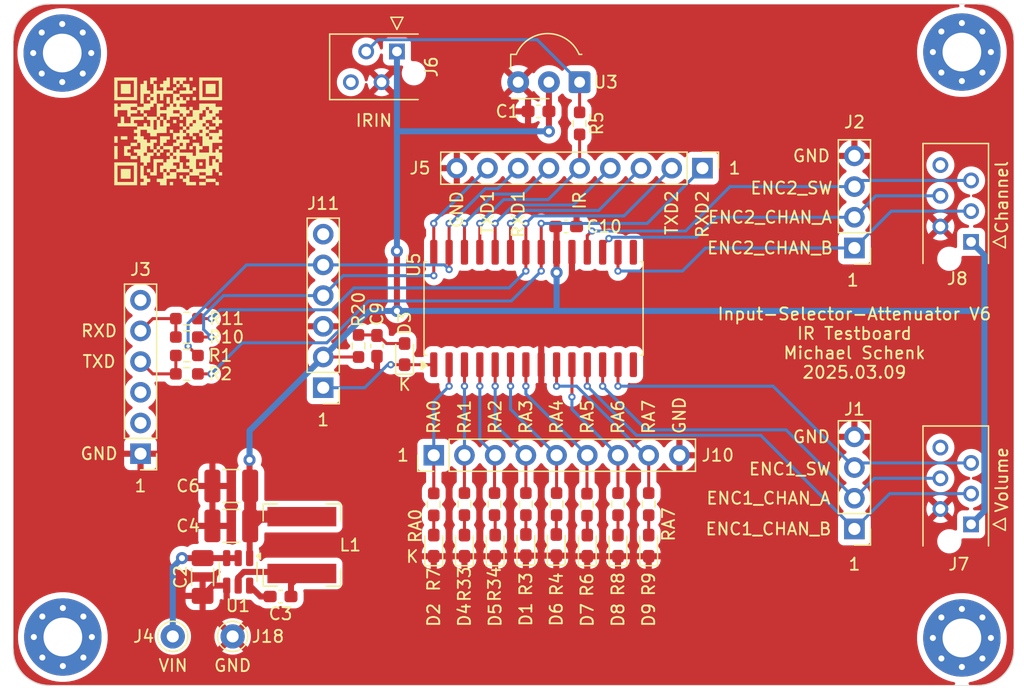
<source format=kicad_pcb>
(kicad_pcb (version 20241229) (generator "pcbnew") (generator_version "9.0")
  (layers (0 "F.Cu" mixed) (2 "B.Cu" mixed) (13 "F.Paste" user) (15 "B.Paste" user) (5 "F.SilkS" user "F.Silkscreen") (7 "B.SilkS" user "B.Silkscreen") (1 "F.Mask" user) (3 "B.Mask" user) (25 "Edge.Cuts" user))
  (net 0 "")
  (net 1 "GND")
  (net 2 "Net-(D3-A)")
  (net 3 "Net-(D3-K)")
  (net 4 "RC0{slash}CHA")
  (net 5 "RC2{slash}SW")
  (net 7 "/TXD2")
  (net 8 "Net-(J5-Pin_4)")
  (net 9 "RC5{slash}CHA")
  (net 10 "RC7{slash}SW")
  (net 12 "Net-(J10-Pin_1)")
  (net 13 "Net-(J10-Pin_3)")
  (net 15 "/RXD2")
  (net 16 "Net-(J5-Pin_3)")
  (net 17 "Net-(J5-Pin_6)")
  (net 18 "/VIN")
  (net 19 "/SWOUT")
  (net 20 "Net-(U1-BST)")
  (net 21 "+3.3V")
  (net 22 "Net-(D1-A)")
  (net 23 "ICSPDAT")
  (net 24 "ICSPCLK")
  (net 25 "Net-(D2-A)")
  (net 26 "Net-(D4-A)")
  (net 27 "Net-(D5-A)")
  (net 28 "Net-(D6-A)")
  (net 29 "Net-(D7-A)")
  (net 30 "Net-(D8-A)")
  (net 31 "Net-(D9-A)")
  (net 33 "Net-(J3-Pin_5)")
  (net 35 "Net-(J3-Pin_4)")
  (net 37 "Net-(J10-Pin_4)")
  (net 38 "Net-(J10-Pin_2)")
  (net 39 "Net-(J10-Pin_6)")
  (net 40 "Net-(J10-Pin_7)")
  (net 41 "Net-(J10-Pin_8)")
  (net 42 "Net-(J10-Pin_5)")
  (net 44 "/IRIN")
  (net 47 "RC1{slash}CHB")
  (net 48 "RC6{slash}CHB")
  (net 49 "Net-(J6-Pin_3)")
  (footprint "Capacitor_SMD:C_1206_3216Metric_Pad1.33x1.80mm_HandSolder" (layer "F.Cu") (at 132.514 105.8295 -90)
    (property "Reference" "C2")
    (property "Value" "10uF/50V/X7R")
  )
  (footprint "Capacitor_SMD:C_0603_1608Metric_Pad1.08x0.95mm_HandSolder" (layer "F.Cu") (at 138.9645 107.442 180)
    (property "Reference" "C3")
    (property "Value" "100nF/50V/X7R")
  )
  (footprint "MountingHole:MountingHole_3.2mm_M3_Pad_Via" (layer "F.Cu") (at 195.326 62.403056)
    (property "Reference" "H2" (hide yes))
    (property "Value" "MountingHole")
  )
  (footprint "MountingHole:MountingHole_3.2mm_M3_Pad_Via" (layer "F.Cu") (at 195.326 110.871)
    (property "Reference" "H3" (hide yes))
    (property "Value" "MountingHole")
  )
  (footprint "MountingHole:MountingHole_3.2mm_M3_Pad_Via" (layer "F.Cu") (at 120.9548 110.7948)
    (property "Reference" "H4" (hide yes))
    (property "Value" "MountingHole")
  )
  (footprint "Resistor_SMD:R_0603_1608Metric_Pad0.98x0.95mm_HandSolder" (layer "F.Cu") (at 131.2145 87.503 180)
    (property "Reference" "R1")
    (property "Value" "0R")
  )
  (footprint "Resistor_SMD:R_0603_1608Metric_Pad0.98x0.95mm_HandSolder" (layer "F.Cu") (at 131.2145 89.027 180)
    (property "Reference" "R2")
    (property "Value" "0R")
  )
  (footprint "Resistor_SMD:R_0603_1608Metric_Pad0.98x0.95mm_HandSolder" (layer "F.Cu") (at 161.798 99.7985 -90)
    (property "Reference" "R4")
    (property "Value" "330R")
  )
  (footprint "MountingHole:MountingHole_3.2mm_M3_Pad_Via" (layer "F.Cu") (at 120.904 62.484)
    (property "Reference" "H1" (hide yes))
    (property "Value" "MountingHole")
  )
  (footprint "Resistor_SMD:R_0603_1608Metric_Pad0.98x0.95mm_HandSolder" (layer "F.Cu") (at 159.258 99.7985 -90)
    (property "Reference" "R3")
    (property "Value" "330R")
  )
  (footprint "Capacitor_SMD:C_1210_3225Metric_Pad1.33x2.70mm_HandSolder" (layer "F.Cu") (at 134.8885 101.6 180)
    (property "Reference" "C4")
    (property "Value" "22uF/25V/X7R")
  )
  (footprint "Package_TO_SOT_SMD:TSOT-23-6" (layer "F.Cu") (at 135.458 105.4045 -90)
    (property "Reference" "U1")
    (property "Value" "AP63203WU-7")
  )
  (footprint "Connector_TE-Connectivity:TE_Micro-MaTch_215079-6_2x03_P1.27mm_Vertical" (layer "F.Cu") (at 196.088 101.473 180)
    (property "Reference" "J7")
    (property "Value" "TE MicroMatch")
  )
  (footprint "Connector_Pin:Pin_D1.0mm_L10.0mm" (layer "F.Cu") (at 130.048 110.744)
    (property "Reference" "J4")
    (property "Value" "Conn_01x01")
  )
  (footprint "Connector_PinHeader_2.54mm:PinHeader_1x09_P2.54mm_Vertical" (layer "F.Cu") (at 151.638 95.758 90)
    (property "Reference" "J10")
    (property "Value" "Conn_01x09_Pin")
  )
  (footprint "LED_SMD:LED_0603_1608Metric_Pad1.05x0.95mm_HandSolder" (layer "F.Cu") (at 161.775 103.19 90)
    (property "Reference" "D6")
    (property "Value" "LED")
  )
  (footprint "LED_SMD:LED_0603_1608Metric_Pad1.05x0.95mm_HandSolder" (layer "F.Cu") (at 166.878 103.237 90)
    (property "Reference" "D8")
    (property "Value" "LED")
  )
  (footprint "Resistor_SMD:R_0603_1608Metric_Pad0.98x0.95mm_HandSolder" (layer "F.Cu") (at 163.703 68.3025 -90)
    (property "Reference" "R5")
    (property "Value" "0R")
  )
  (footprint "Diode_SMD:D_0603_1608Metric_Pad1.05x0.95mm_HandSolder" (layer "F.Cu") (at 149.225 87.39 90)
    (property "Reference" "D3")
    (property "Value" "TS4148RCG")
  )
  (footprint "Connector_PinHeader_2.54mm:PinHeader_1x09_P2.54mm_Vertical" (layer "F.Cu") (at 173.863 72.009 -90)
    (property "Reference" "J5")
    (property "Value" "Conn_01x09_Pin")
  )
  (footprint "LED_SMD:LED_0603_1608Metric_Pad1.05x0.95mm_HandSolder" (layer "F.Cu") (at 156.718 103.237 90)
    (property "Reference" "D5")
    (property "Value" "LED")
  )
  (footprint "LOGO" (layer "F.Cu") (at 129.667 68.961)
    (property "Reference" "G***" (hide yes))
    (property "Value" "LOGO" (hide yes))
  )
  (footprint "Resistor_SMD:R_0603_1608Metric_Pad0.98x0.95mm_HandSolder" (layer "F.Cu") (at 166.878 99.7985 -90)
    (property "Reference" "R8")
    (property "Value" "330R")
  )
  (footprint "Inductor_SMD:L_Bourns-SRN6028" (layer "F.Cu") (at 140.726 103.187 90)
    (property "Reference" "L1")
    (property "Value" "3.9uH")
  )
  (footprint "Connector_PinHeader_2.54mm:PinHeader_1x04_P2.54mm_Vertical" (layer "F.Cu") (at 186.436 78.613 180)
    (property "Reference" "J2")
    (property "Value" "Conn_01x04_Pin")
  )
  (footprint "Capacitor_SMD:C_0603_1608Metric_Pad1.08x0.95mm_HandSolder" (layer "F.Cu") (at 162.5865 76.835)
    (property "Reference" "C10")
    (property "Value" "100nF")
  )
  (footprint "Resistor_SMD:R_0603_1608Metric_Pad0.98x0.95mm_HandSolder" (layer "F.Cu") (at 156.664 99.7985 -90)
    (property "Reference" "R34")
    (property "Value" "330R")
  )
  (footprint "Resistor_SMD:R_0603_1608Metric_Pad0.98x0.95mm_HandSolder" (layer "F.Cu") (at 131.2145 84.455 180)
    (property "Reference" "R11")
    (property "Value" "0R")
  )
  (footprint "Resistor_SMD:R_0603_1608Metric_Pad0.98x0.95mm_HandSolder" (layer "F.Cu") (at 154.174 99.7985 -90)
    (property "Reference" "R33")
    (property "Value" "330R")
  )
  (footprint "Capacitor_SMD:C_1210_3225Metric_Pad1.33x2.70mm_HandSolder" (layer "F.Cu") (at 134.8885 98.298 180)
    (property "Reference" "C6")
    (property "Value" "22uF/25V/X7R")
  )
  (footprint "LED_SMD:LED_0603_1608Metric_Pad1.05x0.95mm_HandSolder" (layer "F.Cu") (at 159.258 103.19 90)
    (property "Reference" "D1")
    (property "Value" "LED")
  )
  (footprint "LED_SMD:LED_0603_1608Metric_Pad1.05x0.95mm_HandSolder" (layer "F.Cu") (at 169.418 103.237 90)
    (property "Reference" "D9")
    (property "Value" "LED")
  )
  (footprint "Resistor_SMD:R_0603_1608Metric_Pad0.98x0.95mm_HandSolder" (layer "F.Cu") (at 169.418 99.7985 -90)
    (property "Reference" "R9")
    (property "Value" "330R")
  )
  (footprint "Resistor_SMD:R_0603_1608Metric_Pad0.98x0.95mm_HandSolder" (layer "F.Cu") (at 131.2145 85.979 180)
    (property "Reference" "R10")
    (property "Value" "0R")
  )
  (footprint "Connector_PinHeader_2.54mm:PinHeader_1x06_P2.54mm_Vertical" (layer "F.Cu") (at 127.381 95.631 180)
    (property "Reference" "J3")
    (property "Value" "TTL-232R-3V3")
  )
  (footprint "Connector_TE-Connectivity:TE_Micro-MaTch_215079-6_2x03_P1.27mm_Vertical" (layer "F.Cu") (at 196.088 78.105 180)
    (property "Reference" "J8")
    (property "Value" "TE MicroMatch")
  )
  (footprint "OptoDevice:Vishay_MOLD-3Pin" (layer "F.Cu") (at 163.703 64.897 180)
    (property "Reference" "U3")
    (property "Value" "TSOP32538")
  )
  (footprint "Connector_Pin:Pin_D1.0mm_L10.0mm" (layer "F.Cu") (at 135.001 110.744)
    (property "Reference" "J18")
    (property "Value" "Conn_01x01")
  )
  (footprint "Resistor_SMD:R_0603_1608Metric_Pad0.98x0.95mm_HandSolder" (layer "F.Cu") (at 145.415 86.7175 90)
    (property "Reference" "R20")
    (property "Value" "4.7k")
  )
  (footprint "LED_SMD:LED_0603_1608Metric_Pad1.05x0.95mm_HandSolder" (layer "F.Cu") (at 151.638 103.237 90)
    (property "Reference" "D2")
    (property "Value" "LED")
  )
  (footprint "LED_SMD:LED_0603_1608Metric_Pad1.05x0.95mm_HandSolder" (layer "F.Cu") (at 164.338 103.237 90)
    (property "Reference" "D7")
    (property "Value" "LED")
  )
  (footprint "Capacitor_SMD:C_0603_1608Metric_Pad1.08x0.95mm_HandSolder" (layer "F.Cu") (at 146.939 86.7145 -90)
    (property "Reference" "C9")
    (property "Value" "10nF")
  )
  (footprint "Resistor_SMD:R_0603_1608Metric_Pad0.98x0.95mm_HandSolder" (layer "F.Cu") (at 151.638 99.8201 -90)
    (property "Reference" "R7")
    (property "Value" "330R")
  )
  (footprint "LED_SMD:LED_0603_1608Metric_Pad1.05x0.95mm_HandSolder" (layer "F.Cu") (at 154.178 103.237 90)
    (property "Reference" "D4")
    (property "Value" "LED")
  )
  (footprint "Connector_TE-Connectivity:TE_Micro-MaTch_215079-4_2x02_P1.27mm_Vertical" (layer "F.Cu") (at 148.59 62.357 -90)
    (property "Reference" "J6")
    (property "Value" "TE MicroMatch")
  )
  (footprint "Resistor_SMD:R_0603_1608Metric_Pad0.98x0.95mm_HandSolder" (layer "F.Cu") (at 164.311 99.8455 -90)
    (property "Reference" "R6")
    (property "Value" "330R")
  )
  (footprint "Connector_PinHeader_2.54mm:PinHeader_1x06_P2.54mm_Vertical" (layer "F.Cu") (at 142.494 90.17 180)
    (property "Reference" "J11")
    (property "Value" "Conn_01x06_Male")
  )
  (footprint "Connector_PinHeader_2.54mm:PinHeader_1x04_P2.54mm_Vertical" (layer "F.Cu") (at 186.436 101.854 180)
    (property "Reference" "J1")
    (property "Value" "Conn_01x04_Pin")
  )
  (footprint "Package_SO:SOIC-28W_7.5x17.9mm_P1.27mm" (layer "F.Cu") (at 159.893 83.615 90)
    (property "Reference" "U5")
    (property "Value" "PIC16F18056-I/SS")
  )
  (footprint "Capacitor_SMD:C_0603_1608Metric_Pad1.08x0.95mm_HandSolder" (layer "F.Cu") (at 160.3005 67.31)
    (property "Reference" "C1")
    (property "Value" "100nF/50V")
  )
  (gr_line (start 116.850329 111.797671) (end 116.850328 61.430328) (stroke (width 0.05)) (layer "Edge.Cuts"))
  (gr_line (start 196.63368 114.79768) (end 119.850329 114.797671) (stroke (width 0.05)) (layer "Edge.Cuts"))
  (gr_arc (start 199.63368 111.79768) (mid 198.755 113.919) (end 196.63368 114.79768) (stroke (width 0.1)) (layer "Edge.Cuts"))
  (gr_line (start 199.633674 61.430326) (end 199.63368 111.79768) (stroke (width 0.05)) (layer "Edge.Cuts"))
  (gr_arc (start 119.850329 114.797671) (mid 117.729 113.919) (end 116.850329 111.797671) (stroke (width 0.1)) (layer "Edge.Cuts"))
  (gr_arc (start 196.633674 58.430326) (mid 198.755 59.309) (end 199.633674 61.430326) (stroke (width 0.1)) (layer "Edge.Cuts"))
  (gr_arc (start 116.850328 61.430328) (mid 117.729 59.309) (end 119.850328 58.430328) (stroke (width 0.1)) (layer "Edge.Cuts"))
  (gr_line (start 119.850328 58.430328) (end 196.633674 58.430326) (stroke (width 0.05)) (layer "Edge.Cuts"))
  (gr_text "VIN" (at 130.0734 113.157 0) (layer "F.SilkS") (effects (font (size 1 1))))
  (gr_text "GND" (at 135.001 113.157 0) (layer "F.SilkS") (effects (font (size 1 1))))
  (gr_text "Input-Selector-Attenuator V6\nIR Testboard\nMichael Schenk\n2025.03.09" (at 186.436 86.487 0) (layer "F.SilkS") (effects (font (size 1 1))))
  (gr_text "RA6" (at 166.878 92.583 90) (layer "F.SilkS") (effects (font (size 1 1))))
  (gr_text "GND" (at 153.543 75.438 90) (layer "F.SilkS") (effects (font (size 1 1))))
  (gr_text "ENC2_CHAN_A" (at 179.451 76.073 0) (layer "F.SilkS") (effects (font (size 1 1))))
  (gr_text "RA4" (at 161.798 92.583 90) (layer "F.SilkS") (effects (font (size 1 1))))
  (gr_text "Volume" (at 198.628 97.79 90) (layer "F.SilkS") (effects (font (size 1 1))))
  (gr_text "ENC1_CHAN_B" (at 179.324 101.854 0) (layer "F.SilkS") (effects (font (size 1 1))))
  (gr_text "ENC2_SW" (at 181.229 73.66 0) (layer "F.SilkS") (effects (font (size 1 1))))
  (gr_text "RA5" (at 164.338 92.583 90) (layer "F.SilkS") (effects (font (size 1 1))))
  (gr_text "GND" (at 171.958 92.456 90) (layer "F.SilkS") (effects (font (size 1 1))))
  (gr_text "1" (at 127.381 98.298 0) (layer "F.SilkS") (effects (font (size 1 1))))
  (gr_text "RA0" (at 150.114 101.6 90) (layer "F.SilkS") (effects (font (size 1 1))))
  (gr_text "RA0" (at 151.638 92.583 90) (layer "F.SilkS") (effects (font (size 1 1))))
  (gr_text "GND" (at 123.952 95.631 0) (layer "F.SilkS") (effects (font (size 1 1))))
  (gr_text "ENC2_CHAN_B" (at 179.451 78.613 0) (layer "F.SilkS") (effects (font (size 1 1))))
  (gr_text "1" (at 142.494 92.837 0) (layer "F.SilkS") (effects (font (size 1 1))))
  (gr_text "RA3" (at 159.258 92.583 90) (layer "F.SilkS") (effects (font (size 1 1))))
  (gr_text "RXD1" (at 158.623 75.819 90) (layer "F.SilkS") (effects (font (size 1 1))))
  (gr_text "RA1" (at 154.178 92.583 90) (layer "F.SilkS") (effects (font (size 1 1))))
  (gr_text "TXD2" (at 171.323 75.692 90) (layer "F.SilkS") (effects (font (size 1 1))))
  (gr_text "ENC1_CHAN_A" (at 179.324 99.314 0) (layer "F.SilkS") (effects (font (size 1 1))))
  (gr_text "1" (at 176.53 72.009 0) (layer "F.SilkS") (effects (font (size 1 1))))
  (gr_text "IR" (at 163.703 74.676 90) (layer "F.SilkS") (effects (font (size 1 1))))
  (gr_text "RA7" (at 171.069 101.473 90) (layer "F.SilkS") (effects (font (size 1 1))))
  (gr_text "Channel" (at 198.628 74.422 90) (layer "F.SilkS") (effects (font (size 1 1))))
  (gr_text "1" (at 149.098 95.758 0) (layer "F.SilkS") (effects (font (size 1 1))))
  (gr_text "GND" (at 182.88 94.234 0) (layer "F.SilkS") (effects (font (size 1 1))))
  (gr_text "RA7" (at 169.418 92.583 90) (layer "F.SilkS") (effects (font (size 1 1))))
  (gr_text "TXD" (at 123.952 88.011 0) (layer "F.SilkS") (effects (font (size 1 1))))
  (gr_text "1" (at 186.309 81.28 0) (layer "F.SilkS") (effects (font (size 1 1))))
  (gr_text "TXD1" (at 156.083 75.692 90) (layer "F.SilkS") (effects (font (size 1 1))))
  (gr_text "K" (at 149.86 104.14 0) (layer "F.SilkS") (effects (font (size 1 1))))
  (gr_text "ENC1_SW" (at 181.102 96.901 0) (layer "F.SilkS") (effects (font (size 1 1))))
  (gr_text "IRIN" (at 146.685 68.072 0) (layer "F.SilkS") (effects (font (size 1 1))))
  (gr_text "K" (at 149.225 89.916 0) (layer "F.SilkS") (effects (font (size 1 1))))
  (gr_text "GND" (at 182.88 70.993 0) (layer "F.SilkS") (effects (font (size 1 1))))
  (gr_text "RXD" (at 123.952 85.471 0) (layer "F.SilkS") (effects (font (size 1 1))))
  (gr_text "RXD2" (at 173.863 75.819 90) (layer "F.SilkS") (effects (font (size 1 1))))
  (gr_text "1" (at 186.436 104.775 0) (layer "F.SilkS") (effects (font (size 1 1))))
  (gr_text "RA2" (at 156.718 92.583 90) (layer "F.SilkS") (effects (font (size 1 1))))
  (segment (start 134.508 106.542) (end 134.508 108.443) (width 0.5) (layer "F.Cu") (net 1))
  (segment (start 146.939 88.9) (end 146.177 89.662) (width 0.5) (layer "F.Cu") (net 1))
  (segment (start 133.364 106.542) (end 132.514 107.392) (width 0.5) (layer "F.Cu") (net 1))
  (segment (start 163.449 76.835) (end 163.449 74.803) (width 0.5) (layer "F.Cu") (net 1))
  (segment (start 163.068 78.965) (end 163.068 80.645) (width 0.5) (layer "F.Cu") (net 1))
  (segment (start 163.068 80.645) (end 163.576 81.153) (width 0.5) (layer "F.Cu") (net 1))
  (segment (start 134.508 108.443) (end 134.493 108.458) (width 0.5) (layer "F.Cu") (net 1))
  (segment (start 146.939 87.577) (end 146.939 88.9) (width 0.5) (layer "F.Cu") (net 1))
  (segment (start 134.508 106.542) (end 133.364 106.542) (width 0.5) (layer "F.Cu") (net 1))
  (segment (start 186.817 94.107) (end 186.436 94.488) (width 0.25) (layer "B.Cu") (net 1))
  (segment (start 186.776 70.78) (end 186.436 71.12) (width 0.25) (layer "B.Cu") (net 1))
  (segment (start 146.939 85.852) (end 147.066 85.852) (width 0.25) (layer "F.Cu") (net 2))
  (segment (start 145.415 85.805) (end 146.892 85.805) (width 0.25) (layer "F.Cu") (net 2))
  (segment (start 147.066 85.852) (end 147.729 86.515) (width 0.25) (layer "F.Cu") (net 2))
  (segment (start 147.729 86.515) (end 149.225 86.515) (width 0.25) (layer "F.Cu") (net 2))
  (segment (start 146.892 85.805) (end 146.939 85.852) (width 0.25) (layer "F.Cu") (net 2))
  (segment (start 151.638 88.265) (end 149.225 88.265) (width 0.25) (layer "F.Cu") (net 3))
  (segment (start 149.225 88.265) (end 148.082 88.265) (width 0.25) (layer "F.Cu") (net 3))
  (via (at 148.082 88.265) (size 0.6) (drill 0.3) (layers "F.Cu" "B.Cu") (net 3))
  (segment (start 148.082 88.265) (end 147.828 88.265) (width 0.25) (layer "B.Cu") (net 3))
  (segment (start 145.923 90.17) (end 142.494 90.17) (width 0.25) (layer "B.Cu") (net 3))
  (segment (start 147.828 88.265) (end 145.923 90.17) (width 0.25) (layer "B.Cu") (net 3))
  (segment (start 164.338 88.265) (end 164.338 90.043) (width 0.25) (layer "F.Cu") (net 4))
  (via (at 164.338 90.043) (size 0.6) (drill 0.3) (layers "F.Cu" "B.Cu") (net 4))
  (segment (start 178.689 94.107) (end 186.436 101.854) (width 0.25) (layer "B.Cu") (net 4))
  (segment (start 189.357 98.933) (end 186.436 101.854) (width 0.25) (layer "B.Cu") (net 4))
  (segment (start 196.088 98.933) (end 189.357 98.933) (width 0.25) (layer "B.Cu") (net 4))
  (segment (start 164.338 90.043) (end 168.402 94.107) (width 0.25) (layer "B.Cu") (net 4))
  (segment (start 168.402 94.107) (end 178.689 94.107) (width 0.25) (layer "B.Cu") (net 4))
  (segment (start 166.878 88.265) (end 166.878 90.043) (width 0.25) (layer "F.Cu") (net 5))
  (via (at 166.878 90.043) (size 0.6) (drill 0.3) (layers "F.Cu" "B.Cu") (net 5))
  (segment (start 196.088 96.393) (end 186.817 96.393) (width 0.25) (layer "B.Cu") (net 5))
  (segment (start 166.878 90.043) (end 179.705 90.043) (width 0.25) (layer "B.Cu") (net 5))
  (segment (start 186.817 96.393) (end 186.436 96.774) (width 0.25) (layer "B.Cu") (net 5))
  (segment (start 179.705 90.043) (end 186.436 96.774) (width 0.25) (layer "B.Cu") (net 5))
  (segment (start 133.223 84.455) (end 132.127 84.455) (width 0.25) (layer "F.Cu") (net 7))
  (segment (start 159.258 78.965) (end 159.258 80.518) (width 0.25) (layer "F.Cu") (net 7))
  (segment (start 159.258 78.965) (end 159.258 76.581) (width 0.25) (layer "F.Cu") (net 7))
  (via (at 159.258 76.581) (size 0.6) (drill 0.3) (layers "F.Cu" "B.Cu") (net 7))
  (via (at 159.258 80.518) (size 0.6) (drill 0.3) (layers "F.Cu" "B.Cu") (net 7))
  (via (at 133.223 84.455) (size 0.6) (drill 0.3) (layers "F.Cu" "B.Cu") (net 7))
  (segment (start 145.034 81.915) (end 143.224 83.725) (width 0.25) (layer "B.Cu") (net 7))
  (segment (start 159.258 76.581) (end 159.883 75.956) (width 0.25) (layer "B.Cu") (net 7))
  (segment (start 159.258 80.518) (end 157.861 81.915) (width 0.25) (layer "B.Cu") (net 7))
  (segment (start 157.861 81.915) (end 145.034 81.915) (width 0.25) (layer "B.Cu") (net 7))
  (segment (start 133.953 83.725) (end 133.223 84.455) (width 0.25) (layer "B.Cu") (net 7))
  (segment (start 167.376 75.956) (end 171.323 72.009) (width 0.25) (layer "B.Cu") (net 7))
  (segment (start 143.224 83.725) (end 133.953 83.725) (width 0.25) (layer "B.Cu") (net 7))
  (segment (start 159.883 75.956) (end 167.376 75.956) (width 0.25) (layer "B.Cu") (net 7))
  (segment (start 156.718 78.965) (end 156.718 76.581) (width 0.25) (layer "F.Cu") (net 8))
  (via (at 156.718 76.581) (size 0.6) (drill 0.3) (layers "F.Cu" "B.Cu") (net 8))
  (segment (start 166.243 72.009) (end 163.196 75.056) (width 0.25) (layer "B.Cu") (net 8))
  (segment (start 163.196 75.056) (end 158.243 75.056) (width 0.25) (layer "B.Cu") (net 8))
  (segment (start 158.243 75.056) (end 156.718 76.581) (width 0.25) (layer "B.Cu") (net 8))
  (segment (start 166.878 78.965) (end 166.878 80.518) (width 0.25) (layer "F.Cu") (net 9))
  (via (at 166.878 80.518) (size 0.6) (drill 0.3) (layers "F.Cu" "B.Cu") (net 9))
  (segment (start 172.212 80.518) (end 174.117 78.613) (width 0.25) (layer "B.Cu") (net 9))
  (segment (start 196.088 75.565) (end 189.484 75.565) (width 0.25) (layer "B.Cu") (net 9))
  (segment (start 166.878 80.518) (end 172.212 80.518) (width 0.25) (layer "B.Cu") (net 9))
  (segment (start 189.484 75.565) (end 186.436 78.613) (width 0.25) (layer "B.Cu") (net 9))
  (segment (start 174.117 78.613) (end 186.436 78.613) (width 0.25) (layer "B.Cu") (net 9))
  (segment (start 164.338 78.965) (end 164.338 77.587) (width 0.25) (layer "F.Cu") (net 10))
  (segment (start 164.338 77.587) (end 164.719 77.206) (width 0.25) (layer "F.Cu") (net 10))
  (via (at 164.719 77.206) (size 0.6) (drill 0.3) (layers "F.Cu" "B.Cu") (net 10))
  (segment (start 176.149 73.533) (end 186.436 73.533) (width 0.25) (layer "B.Cu") (net 10))
  (segment (start 172.476 77.206) (end 176.149 73.533) (width 0.25) (layer "B.Cu") (net 10))
  (segment (start 186.944 73.025) (end 186.436 73.533) (width 0.25) (layer "B.Cu") (net 10))
  (segment (start 196.088 73.025) (end 186.944 73.025) (width 0.25) (layer "B.Cu") (net 10))
  (segment (start 164.719 77.206) (end 172.476 77.206) (width 0.25) (layer "B.Cu") (net 10))
  (segment (start 151.638 98.9076) (end 151.638 95.758) (width 0.25) (layer "F.Cu") (net 12))
  (segment (start 152.908 88.265) (end 152.908 90.043) (width 0.25) (layer "F.Cu") (net 12))
  (via (at 152.908 90.043) (size 0.6) (drill 0.3) (layers "F.Cu" "B.Cu") (net 12))
  (segment (start 152.908 90.043) (end 151.638 91.313) (width 0.25) (layer "B.Cu") (net 12))
  (segment (start 151.638 91.313) (end 151.638 95.758) (width 0.25) (layer "B.Cu") (net 12))
  (segment (start 156.664 98.886) (end 156.664 95.812) (width 0.25) (layer "F.Cu") (net 13))
  (segment (start 155.448 88.265) (end 155.448 90.043) (width 0.25) (layer "F.Cu") (net 13))
  (segment (start 156.664 95.812) (end 156.718 95.758) (width 0.25) (layer "F.Cu") (net 13))
  (via (at 155.448 90.043) (size 0.6) (drill 0.3) (layers "F.Cu" "B.Cu") (net 13))
  (segment (start 155.448 90.043) (end 155.448 94.488) (width 0.25) (layer "B.Cu") (net 13))
  (segment (start 155.448 94.488) (end 156.718 95.758) (width 0.25) (layer "B.Cu") (net 13))
  (segment (start 160.528 78.965) (end 160.528 80.518) (width 0.25) (layer "F.Cu") (net 15))
  (segment (start 133.223 89.027) (end 132.127 89.027) (width 0.25) (layer "F.Cu") (net 15))
  (segment (start 160.528 78.965) (end 160.528 76.581) (width 0.25) (layer "F.Cu") (net 15))
  (via (at 160.528 76.581) (size 0.6) (drill 0.3) (layers "F.Cu" "B.Cu") (net 15))
  (via (at 160.528 80.518) (size 0.6) (drill 0.3) (layers "F.Cu" "B.Cu") (net 15))
  (via (at 133.223 89.027) (size 0.6) (drill 0.3) (layers "F.Cu" "B.Cu") (net 15))
  (segment (start 169.291 76.581) (end 173.863 72.009) (width 0.25) (layer "B.Cu") (net 15))
  (segment (start 142.790701 86.455) (end 135.795 86.455) (width 0.25) (layer "B.Cu") (net 15))
  (segment (start 135.795 86.455) (end 133.223 89.027) (width 0.25) (layer "B.Cu") (net 15))
  (segment (start 160.528 76.581) (end 169.291 76.581) (width 0.25) (layer "B.Cu") (net 15))
  (segment (start 160.528 80.518) (end 158.051 82.995) (width 0.25) (layer "B.Cu") (net 15))
  (segment (start 146.250701 82.995) (end 142.790701 86.455) (width 0.25) (layer "B.Cu") (net 15))
  (segment (start 158.051 82.995) (end 146.250701 82.995) (width 0.25) (layer "B.Cu") (net 15))
  (segment (start 157.988 78.965) (end 157.988 76.581) (width 0.25) (layer "F.Cu") (net 16))
  (via (at 157.988 76.581) (size 0.6) (drill 0.3) (layers "F.Cu" "B.Cu") (net 16))
  (segment (start 165.286 75.506) (end 159.063 75.506) (width 0.25) (layer "B.Cu") (net 16))
  (segment (start 159.063 75.506) (end 157.988 76.581) (width 0.25) (layer "B.Cu") (net 16))
  (segment (start 168.783 72.009) (end 165.286 75.506) (width 0.25) (layer "B.Cu") (net 16))
  (segment (start 154.178 78.965) (end 154.178 76.581) (width 0.25) (layer "F.Cu") (net 17))
  (via (at 154.178 76.581) (size 0.6) (drill 0.3) (layers "F.Cu" "B.Cu") (net 17))
  (segment (start 159.016 74.156) (end 161.163 72.009) (width 0.25) (layer "B.Cu") (net 17))
  (segment (start 156.603 74.156) (end 159.016 74.156) (width 0.25) (layer "B.Cu") (net 17))
  (segment (start 154.178 76.581) (end 156.603 74.156) (width 0.25) (layer "B.Cu") (net 17))
  (segment (start 135.458 104.267) (end 132.514 104.267) (width 0.5) (layer "F.Cu") (net 18))
  (segment (start 130.81 104.267) (end 132.514 104.267) (width 0.5) (layer "F.Cu") (net 18))
  (segment (start 135.374 104.351) (end 135.458 104.267) (width 0.5) (layer "F.Cu") (net 18))
  (via (at 130.81 104.267) (size 1) (drill 0.5) (layers "F.Cu" "B.Cu") (net 18))
  (segment (start 130.048 105.029) (end 130.81 104.267) (width 0.5) (layer "B.Cu") (net 18))
  (segment (start 130.048 110.744) (end 130.048 105.029) (width 0.5) (layer "B.Cu") (net 18))
  (segment (start 135.458 106.542) (end 135.458 105.879501) (width 0.5) (layer "F.Cu") (net 19))
  (segment (start 140.599 105.41) (end 140.726 105.537) (width 0.5) (layer "F.Cu") (net 19))
  (segment (start 139.827 107.442) (end 139.827 106.436) (width 0.5) (layer "F.Cu") (net 19))
  (segment (start 135.927501 105.41) (end 140.599 105.41) (width 0.5) (layer "F.Cu") (net 19))
  (segment (start 135.458 105.879501) (end 135.927501 105.41) (width 0.5) (layer "F.Cu") (net 19))
  (segment (start 139.827 106.436) (end 140.726 105.537) (width 0.5) (layer "F.Cu") (net 19))
  (segment (start 137.308 107.442) (end 136.408 106.542) (width 0.5) (layer "F.Cu") (net 20))
  (segment (start 138.102 107.442) (end 137.308 107.442) (width 0.5) (layer "F.Cu") (net 20))
  (segment (start 161.163 68.961) (end 161.163 67.31) (width 0.5) (layer "F.Cu") (net 21))
  (segment (start 136.408 101.643) (end 136.451 101.6) (width 0.5) (layer "F.Cu") (net 21))
  (segment (start 136.451 101.6) (end 136.451 98.298) (width 1) (layer "F.Cu") (net 21))
  (segment (start 136.398 96.139) (end 136.398 98.245) (width 0.5) (layer "F.Cu") (net 21))
  (segment (start 145.415 87.63) (end 142.494 87.63) (width 0.25) (layer "F.Cu") (net 21))
  (segment (start 148.59 83.82) (end 148.59 78.867) (width 0.5) (layer "F.Cu") (net 21))
  (segment (start 137.214 100.837) (end 136.451 101.6) (width 1) (layer "F.Cu") (net 21))
  (segment (start 161.798 76.909) (end 161.724 76.835) (width 0.5) (layer "F.Cu") (net 21))
  (segment (start 136.398 98.245) (end 136.451 98.298) (width 0.5) (layer "F.Cu") (net 21))
  (segment (start 161.798 80.645) (end 161.798 78.965) (width 0.5) (layer "F.Cu") (net 21))
  (segment (start 161.163 67.31) (end 161.163 64.897) (width 0.5) (layer "F.Cu") (net 21))
  (segment (start 161.798 78.965) (end 161.798 76.909) (width 0.5) (layer "F.Cu") (net 21))
  (segment (start 140.726 100.837) (end 137.214 100.837) (width 1) (layer "F.Cu") (net 21))
  (segment (start 136.408 104.267) (end 136.408 101.643) (width 0.5) (layer "F.Cu") (net 21))
  (via (at 136.398 96.139) (size 1) (drill 0.5) (layers "F.Cu" "B.Cu") (net 21))
  (via (at 161.798 80.645) (size 1) (drill 0.5) (layers "F.Cu" "B.Cu") (net 21))
  (via (at 148.59 83.82) (size 1) (drill 0.5) (layers "F.Cu" "B.Cu") (net 21))
  (via (at 161.163 68.961) (size 1) (drill 0.5) (layers "F.Cu" "B.Cu") (net 21))
  (via (at 148.59 78.867) (size 1) (drill 0.5) (layers "F.Cu" "B.Cu") (net 21))
  (segment (start 197.188 79.205) (end 196.088 78.105) (width 0.5) (layer "B.Cu") (net 21))
  (segment (start 136.398 93.726) (end 136.398 96.139) (width 0.5) (layer "B.Cu") (net 21))
  (segment (start 148.59 83.82) (end 161.798 83.82) (width 0.5) (layer "B.Cu") (net 21))
  (segment (start 196.088 101.473) (end 197.188 100.373) (width 0.5) (layer "B.Cu") (net 21))
  (segment (start 197.188 100.373) (end 197.188 83.82) (width 0.5) (layer "B.Cu") (net 21))
  (segment (start 146.304 83.82) (end 142.494 87.63) (width 0.5) (layer "B.Cu") (net 21))
  (segment (start 148.59 78.867) (end 148.59 68.961) (width 0.5) (layer "B.Cu") (net 21))
  (segment (start 142.494 87.63) (end 136.398 93.726) (width 0.5) (layer "B.Cu") (net 21))
  (segment (start 161.163 68.961) (end 148.59 68.961) (width 0.5) (layer "B.Cu") (net 21))
  (segment (start 148.59 83.82) (end 146.304 83.82) (width 0.5) (layer "B.Cu") (net 21))
  (segment (start 197.188 83.82) (end 197.188 79.205) (width 0.5) (layer "B.Cu") (net 21))
  (segment (start 161.798 83.82) (end 197.188 83.82) (width 0.5) (layer "B.Cu") (net 21))
  (segment (start 148.59 68.961) (end 148.59 62.357) (width 0.5) (layer "B.Cu") (net 21))
  (segment (start 161.798 80.645) (end 161.798 83.82) (width 0.5) (layer "B.Cu") (net 21))
  (segment (start 159.258 102.315) (end 159.258 100.711) (width 0.25) (layer "F.Cu") (net 22))
  (segment (start 151.638 78.965) (end 151.638 76.581) (width 0.25) (layer "F.Cu") (net 23))
  (segment (start 151.638 78.965) (end 151.638 80.899) (width 0.25) (layer "F.Cu") (net 23))
  (segment (start 133.223 85.979) (end 132.127 85.979) (width 0.25) (layer "F.Cu") (net 23))
  (via (at 133.223 85.979) (size 0.6) (drill 0.3) (layers "F.Cu" "B.Cu") (net 23))
  (via (at 151.638 76.581) (size 0.6) (drill 0.3) (layers "F.Cu" "B.Cu") (net 23))
  (via (at 151.638 80.899) (size 0.6) (drill 0.3) (layers "F.Cu" "B.Cu") (net 23))
  (segment (start 151.638 80.899) (end 144.145 80.899) (width 0.25) (layer "B.Cu") (net 23))
  (segment (start 132.598 84.196116) (end 132.598 85.354) (width 0.25) (layer "B.Cu") (net 23))
  (segment (start 151.638 76.454) (end 156.083 72.009) (width 0.25) (layer "B.Cu") (net 23))
  (segment (start 134.244116 82.55) (end 132.598 84.196116) (width 0.25) (layer "B.Cu") (net 23))
  (segment (start 142.494 82.55) (end 134.244116 82.55) (width 0.25) (layer "B.Cu") (net 23))
  (segment (start 144.145 80.899) (end 142.494 82.55) (width 0.25) (layer "B.Cu") (net 23))
  (segment (start 132.598 85.354) (end 133.223 85.979) (width 0.25) (layer "B.Cu") (net 23))
  (segment (start 151.638 76.581) (end 151.638 76.454) (width 0.25) (layer "B.Cu") (net 23))
  (segment (start 132.08 87.503) (end 131.318 86.741) (width 0.25) (layer "F.Cu") (net 24))
  (segment (start 152.908 78.965) (end 152.908 80.391) (width 0.25) (layer "F.Cu") (net 24))
  (segment (start 152.908 78.965) (end 152.908 76.581) (width 0.25) (layer "F.Cu") (net 24))
  (segment (start 132.127 87.503) (end 132.08 87.503) (width 0.25) (layer "F.Cu") (net 24))
  (via (at 131.318 86.741) (size 0.6) (drill 0.3) (layers "F.Cu" "B.Cu") (net 24))
  (via (at 152.908 80.391) (size 0.6) (drill 0.3) (layers "F.Cu" "B.Cu") (net 24))
  (via (at 152.908 76.581) (size 0.6) (drill 0.3) (layers "F.Cu" "B.Cu") (net 24))
  (segment (start 155.91 73.706) (end 156.926 73.706) (width 0.25) (layer "B.Cu") (net 24))
  (segment (start 152.908 76.581) (end 153.035 76.581) (width 0.25) (layer "B.Cu") (net 24))
  (segment (start 136.14772 80.01) (end 142.494 80.01) (width 0.25) (layer "B.Cu") (net 24))
  (segment (start 153.035 76.581) (end 155.91 73.706) (width 0.25) (layer "B.Cu") (net 24))
  (segment (start 152.908 80.391) (end 152.527 80.01) (width 0.25) (layer "B.Cu") (net 24))
  (segment (start 156.926 73.706) (end 158.623 72.009) (width 0.25) (layer "B.Cu") (net 24))
  (segment (start 131.318 86.741) (end 131.318 84.83972) (width 0.25) (layer "B.Cu") (net 24))
  (segment (start 152.527 80.01) (end 142.494 80.01) (width 0.25) (layer "B.Cu") (net 24))
  (segment (start 131.318 84.83972) (end 136.14772 80.01) (width 0.25) (layer "B.Cu") (net 24))
  (segment (start 151.638 102.362) (end 151.638 100.7326) (width 0.25) (layer "F.Cu") (net 25))
  (segment (start 154.178 102.362) (end 154.178 100.715) (width 0.25) (layer "F.Cu") (net 26))
  (segment (start 154.178 100.715) (end 154.174 100.711) (width 0.25) (layer "F.Cu") (net 26))
  (segment (start 156.718 102.362) (end 156.718 100.765) (width 0.25) (layer "F.Cu") (net 27))
  (segment (start 156.718 100.765) (end 156.664 100.711) (width 0.25) (layer "F.Cu") (net 27))
  (segment (start 161.775 102.315) (end 161.775 100.734) (width 0.25) (layer "F.Cu") (net 28))
  (segment (start 161.775 100.734) (end 161.798 100.711) (width 0.25) (layer "F.Cu") (net 28))
  (segment (start 164.338 102.362) (end 164.338 100.785) (width 0.25) (layer "F.Cu") (net 29))
  (segment (start 164.338 100.785) (end 164.311 100.758) (width 0.25) (layer "F.Cu") (net 29))
  (segment (start 166.878 102.362) (end 166.878 100.711) (width 0.25) (layer "F.Cu") (net 30))
  (segment (start 169.418 102.362) (end 169.418 100.711) (width 0.25) (layer "F.Cu") (net 31))
  (segment (start 130.302 84.455) (end 128.397 84.455) (width 0.25) (layer "F.Cu") (net 33))
  (segment (start 128.397 84.455) (end 127.381 85.471) (width 0.25) (layer "F.Cu") (net 33))
  (segment (start 130.302 84.455) (end 130.302 85.979) (width 0.25) (layer "F.Cu") (net 33))
  (segment (start 130.302 89.027) (end 128.397 89.027) (width 0.25) (layer "F.Cu") (net 35))
  (segment (start 128.397 89.027) (end 127.381 88.011) (width 0.25) (layer "F.Cu") (net 35))
  (segment (start 130.302 89.027) (end 130.302 87.503) (width 0.25) (layer "F.Cu") (net 35))
  (segment (start 156.718 88.265) (end 156.718 90.043) (width 0.25) (layer "F.Cu") (net 37))
  (segment (start 159.258 98.886) (end 159.258 95.758) (width 0.25) (layer "F.Cu") (net 37))
  (via (at 156.718 90.043) (size 0.6) (drill 0.3) (layers "F.Cu" "B.Cu") (net 37))
  (segment (start 156.718 90.043) (end 156.718 93.218) (width 0.25) (layer "B.Cu") (net 37))
  (segment (start 156.718 93.218) (end 159.258 95.758) (width 0.25) (layer "B.Cu") (net 37))
  (segment (start 154.174 98.886) (end 154.174 95.762) (width 0.25) (layer "F.Cu") (net 38))
  (segment (start 154.178 88.265) (end 154.178 90.043) (width 0.25) (layer "F.Cu") (net 38))
  (segment (start 154.174 95.762) (end 154.178 95.758) (width 0.25) (layer "F.Cu") (net 38))
  (via (at 154.178 90.043) (size 0.6) (drill 0.3) (layers "F.Cu" "B.Cu") (net 38))
  (segment (start 154.178 90.043) (end 154.178 95.758) (width 0.25) (layer "B.Cu") (net 38))
  (segment (start 164.311 98.933) (end 164.311 95.785) (width 0.25) (layer "F.Cu") (net 39))
  (segment (start 164.311 95.785) (end 164.338 95.758) (width 0.25) (layer "F.Cu") (net 39))
  (segment (start 159.258 88.265) (end 159.258 90.043) (width 0.25) (layer "F.Cu") (net 39))
  (via (at 159.258 90.043) (size 0.6) (drill 0.3) (layers "F.Cu" "B.Cu") (net 39))
  (segment (start 159.258 90.678) (end 164.338 95.758) (width 0.25) (layer "B.Cu") (net 39))
  (segment (start 159.258 90.043) (end 159.258 90.678) (width 0.25) (layer "B.Cu") (net 39))
  (segment (start 163.068 88.265) (end 163.068 90.932) (width 0.25) (layer "F.Cu") (net 40))
  (segment (start 166.878 98.886) (end 166.878 95.758) (width 0.25) (layer "F.Cu") (net 40))
  (via (at 163.068 90.932) (size 0.6) (drill 0.3) (layers "F.Cu" "B.Cu") (net 40))
  (segment (start 166.878 95.758) (end 163.068 91.948) (width 0.25) (layer "B.Cu") (net 40))
  (segment (start 163.068 91.948) (end 163.068 90.932) (width 0.25) (layer "B.Cu") (net 40))
  (segment (start 161.798 88.265) (end 161.798 90.043) (width 0.25) (layer "F.Cu") (net 41))
  (segment (start 169.418 98.886) (end 169.418 95.758) (width 0.25) (layer "F.Cu") (net 41))
  (via (at 161.798 90.043) (size 0.6) (drill 0.3) (layers "F.Cu" "B.Cu") (net 41))
  (segment (start 163.454116 90.043) (end 169.169116 95.758) (width 0.25) (layer "B.Cu") (net 41))
  (segment (start 169.169116 95.758) (end 169.418 95.758) (width 0.25) (layer "B.Cu") (net 41))
  (segment (start 161.798 90.043) (end 163.454116 90.043) (width 0.25) (layer "B.Cu") (net 41))
  (segment (start 157.988 88.265) (end 157.988 90.043) (width 0.25) (layer "F.Cu") (net 42))
  (segment (start 161.798 98.886) (end 161.798 95.758) (width 0.25) (layer "F.Cu") (net 42))
  (via (at 157.988 90.043) (size 0.6) (drill 0.3) (layers "F.Cu" "B.Cu") (net 42))
  (segment (start 157.988 90.043) (end 157.988 91.948) (width 0.25) (layer "B.Cu") (net 42))
  (segment (start 157.988 91.948) (end 161.798 95.758) (width 0.25) (layer "B.Cu") (net 42))
  (segment (start 163.703 69.215) (end 163.703 72.009) (width 0.25) (layer "F.Cu") (net 44))
  (segment (start 155.448 78.965) (end 155.448 76.581) (width 0.25) (layer "F.Cu") (net 44))
  (via (at 155.448 76.581) (size 0.6) (drill 0.3) (layers "F.Cu" "B.Cu") (net 44))
  (segment (start 157.423 74.606) (end 161.106 74.606) (width 0.25) (layer "B.Cu") (net 44))
  (segment (start 155.448 76.581) (end 157.423 74.606) (width 0.25) (layer "B.Cu") (net 44))
  (segment (start 161.106 74.606) (end 163.703 72.009) (width 0.25) (layer "B.Cu") (net 44))
  (segment (start 165.608 88.265) (end 165.608 90.043) (width 0.25) (layer "F.Cu") (net 47))
  (via (at 165.608 90.043) (size 0.6) (drill 0.3) (layers "F.Cu" "B.Cu") (net 47))
  (segment (start 193.548 97.663) (end 188.087 97.663) (width 0.25) (layer "B.Cu") (net 47))
  (segment (start 180.779 93.657) (end 186.436 99.314) (width 0.25) (layer "B.Cu") (net 47))
  (segment (start 165.608 90.043) (end 169.222 93.657) (width 0.25) (layer "B.Cu") (net 47))
  (segment (start 169.222 93.657) (end 180.779 93.657) (width 0.25) (layer "B.Cu") (net 47))
  (segment (start 188.087 97.663) (end 186.436 99.314) (width 0.25) (layer "B.Cu") (net 47))
  (segment (start 165.608 78.965) (end 165.608 78.351652) (width 0.25) (layer "F.Cu") (net 48))
  (segment (start 165.608 78.351652) (end 166.128652 77.831) (width 0.25) (layer "F.Cu") (net 48))
  (via (at 166.128652 77.831) (size 0.6) (drill 0.3) (layers "F.Cu" "B.Cu") (net 48))
  (segment (start 193.548 74.295) (end 188.214 74.295) (width 0.25) (layer "B.Cu") (net 48))
  (segment (start 173.355 77.724) (end 175.006 76.073) (width 0.25) (layer "B.Cu") (net 48))
  (segment (start 188.214 74.295) (end 186.436 76.073) (width 0.25) (layer "B.Cu") (net 48))
  (segment (start 166.235652 77.724) (end 173.355 77.724) (width 0.25) (layer "B.Cu") (net 48))
  (segment (start 175.006 76.073) (end 186.436 76.073) (width 0.25) (layer "B.Cu") (net 48))
  (segment (start 166.128652 77.831) (end 166.235652 77.724) (width 0.25) (layer "B.Cu") (net 48))
  (segment (start 186.817 75.819) (end 186.436 76.2) (width 0.25) (layer "B.Cu") (net 48))
  (segment (start 163.703 64.897) (end 163.703 67.39) (width 0.25) (layer "F.Cu") (net 49))
  (segment (start 146.05 62.357) (end 147.026 61.381) (width 0.25) (layer "B.Cu") (net 49))
  (segment (start 160.187 61.381) (end 163.703 64.897) (width 0.25) (layer "B.Cu") (net 49))
  (segment (start 147.026 61.381) (end 160.187 61.381) (width 0.25) (layer "B.Cu") (net 49))
  (zone (net 1) (net_name "GND") (layer "F.Cu") (connect_pads (clearance 0.508)) (min_thickness 0.254) (fill yes (thermal_gap 0.508) (thermal_bridge_width 0.508))
    (polygon (pts (xy 199.644 114.808) (xy 116.84 114.808) (xy 116.84 58.42) (xy 199.644 58.42)))
  )
)
</source>
